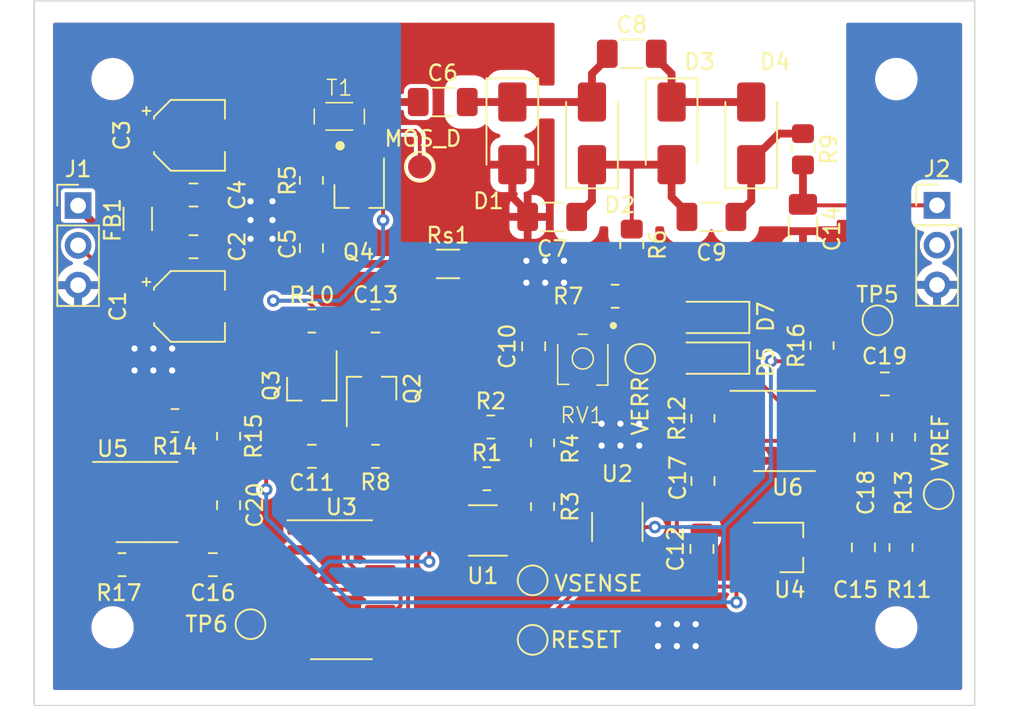
<source format=kicad_pcb>
(kicad_pcb (version 20221018) (generator pcbnew)

  (general
    (thickness 1.6)
  )

  (paper "A4")
  (layers
    (0 "F.Cu" signal)
    (31 "B.Cu" signal)
    (32 "B.Adhes" user "B.Adhesive")
    (33 "F.Adhes" user "F.Adhesive")
    (34 "B.Paste" user)
    (35 "F.Paste" user)
    (36 "B.SilkS" user "B.Silkscreen")
    (37 "F.SilkS" user "F.Silkscreen")
    (38 "B.Mask" user)
    (39 "F.Mask" user)
    (40 "Dwgs.User" user "User.Drawings")
    (41 "Cmts.User" user "User.Comments")
    (42 "Eco1.User" user "User.Eco1")
    (43 "Eco2.User" user "User.Eco2")
    (44 "Edge.Cuts" user)
    (45 "Margin" user)
    (46 "B.CrtYd" user "B.Courtyard")
    (47 "F.CrtYd" user "F.Courtyard")
    (48 "B.Fab" user)
    (49 "F.Fab" user)
    (50 "User.1" user)
    (51 "User.2" user)
    (52 "User.3" user)
    (53 "User.4" user)
    (54 "User.5" user)
    (55 "User.6" user)
    (56 "User.7" user)
    (57 "User.8" user)
    (58 "User.9" user)
  )

  (setup
    (pad_to_mask_clearance 0)
    (pcbplotparams
      (layerselection 0x00010fc_ffffffff)
      (plot_on_all_layers_selection 0x0000000_00000000)
      (disableapertmacros false)
      (usegerberextensions false)
      (usegerberattributes true)
      (usegerberadvancedattributes true)
      (creategerberjobfile true)
      (dashed_line_dash_ratio 12.000000)
      (dashed_line_gap_ratio 3.000000)
      (svgprecision 4)
      (plotframeref false)
      (viasonmask false)
      (mode 1)
      (useauxorigin false)
      (hpglpennumber 1)
      (hpglpenspeed 20)
      (hpglpendiameter 15.000000)
      (dxfpolygonmode true)
      (dxfimperialunits true)
      (dxfusepcbnewfont true)
      (psnegative false)
      (psa4output false)
      (plotreference true)
      (plotvalue true)
      (plotinvisibletext false)
      (sketchpadsonfab false)
      (subtractmaskfromsilk false)
      (outputformat 1)
      (mirror false)
      (drillshape 1)
      (scaleselection 1)
      (outputdirectory "")
    )
  )

  (net 0 "")
  (net 1 "VCC")
  (net 2 "GND")
  (net 3 "/VPR")
  (net 4 "Net-(C5-Pad1)")
  (net 5 "/RFEED_H")
  (net 6 "/VTR_SEC")
  (net 7 "Net-(D1-K)")
  (net 8 "Net-(D2-K)")
  (net 9 "Net-(D3-K)")
  (net 10 "Net-(C10-Pad1)")
  (net 11 "Net-(D4-K)")
  (net 12 "/GATE")
  (net 13 "VPP")
  (net 14 "/VREF")
  (net 15 "Net-(U5-CV)")
  (net 16 "Net-(U5-THR)")
  (net 17 "/VFEED")
  (net 18 "Net-(D5-K)")
  (net 19 "Net-(C19-Pad1)")
  (net 20 "/VERR")
  (net 21 "Net-(D7-K)")
  (net 22 "/ENABLE")
  (net 23 "unconnected-(J2-Pin_2-Pad2)")
  (net 24 "Net-(Q2-B)")
  (net 25 "Net-(Q2-E)")
  (net 26 "/MOS_D")
  (net 27 "Net-(U1-+)")
  (net 28 "Net-(U1--)")
  (net 29 "/VSENSE")
  (net 30 "/SR_Q")
  (net 31 "/SR_R")
  (net 32 "/SR_S")
  (net 33 "Net-(U6A--)")
  (net 34 "Net-(U5-DIS)")
  (net 35 "/SR_NQ")
  (net 36 "Net-(TP6-Pad1)")

  (footprint "Package_TO_SOT_SMD:SOT-23_Handsoldering" (layer "F.Cu") (at 155.73375 47.46375 -90))

  (footprint "Package_SO:SOIC-14_3.9x8.7mm_P1.27mm" (layer "F.Cu") (at 154.6 72.6))

  (footprint "MountingHole:MountingHole_2.2mm_M2_DIN965" (layer "F.Cu") (at 190 40))

  (footprint "Resistor_SMD:R_0805_2012Metric_Pad1.20x1.40mm_HandSolder" (layer "F.Cu") (at 147.4 62.8 90))

  (footprint "Capacitor_SMD:CP_Elec_4x5.4" (layer "F.Cu") (at 144.9085 43.59))

  (footprint "Package_SO:SOIC-8_3.9x4.9mm_P1.27mm" (layer "F.Cu") (at 182.86375 62.46375))

  (footprint "Package_SO:SOIC-8_3.9x4.9mm_P1.27mm" (layer "F.Cu") (at 142.2 67))

  (footprint "TestPoint:TestPoint_Pad_D1.5mm" (layer "F.Cu") (at 166.8 75.8))

  (footprint "TestPoint:TestPoint_Pad_D1.5mm" (layer "F.Cu") (at 188.8 55.4))

  (footprint "Package_TO_SOT_SMD:SOT-23_Handsoldering" (layer "F.Cu") (at 156.52375 59.76375 90))

  (footprint "Resistor_SMD:R_0805_2012Metric_Pad1.20x1.40mm_HandSolder" (layer "F.Cu") (at 172.06375 53.86375 180))

  (footprint "Capacitor_SMD:C_0805_2012Metric_Pad1.18x1.45mm_HandSolder" (layer "F.Cu") (at 145.1625 47.4))

  (footprint "Diode_SMD:D_SOD-123" (layer "F.Cu") (at 178.26375 57.81375 180))

  (footprint "Diode_SMD:D_SMA" (layer "F.Cu") (at 180.74375 43.46375 90))

  (footprint "MountingHole:MountingHole_2.2mm_M2_DIN965" (layer "F.Cu") (at 140 40))

  (footprint "Capacitor_SMD:C_0805_2012Metric_Pad1.18x1.45mm_HandSolder" (layer "F.Cu") (at 145.1625 50.702))

  (footprint "lcsc_misc:ATB322524-0110-T000" (layer "F.Cu") (at 154.46375 42.40625))

  (footprint "Resistor_SMD:R_0805_2012Metric_Pad1.20x1.40mm_HandSolder" (layer "F.Cu") (at 190.46375 62.86375 90))

  (footprint "Diode_SMD:D_SMA" (layer "F.Cu") (at 170.58375 43.46375 90))

  (footprint "TestPoint:TestPoint_Pad_D1.5mm" (layer "F.Cu") (at 173.66375 57.86375))

  (footprint "Resistor_SMD:R_0805_2012Metric_Pad1.20x1.40mm_HandSolder" (layer "F.Cu") (at 140.6 71))

  (footprint "Capacitor_SMD:C_0805_2012Metric_Pad1.18x1.45mm_HandSolder" (layer "F.Cu") (at 147.4 67.2 -90))

  (footprint "Package_TO_SOT_SMD:SOT-23_Handsoldering" (layer "F.Cu") (at 183.30125 69.90125))

  (footprint "Capacitor_SMD:C_0805_2012Metric_Pad1.18x1.45mm_HandSolder" (layer "F.Cu") (at 188.06375 62.86375 90))

  (footprint "Capacitor_SMD:C_0805_2012Metric_Pad1.18x1.45mm_HandSolder" (layer "F.Cu") (at 152.68575 50.78825 -90))

  (footprint "Resistor_SMD:R_0805_2012Metric_Pad1.20x1.40mm_HandSolder" (layer "F.Cu") (at 184.04575 44.47975 -90))

  (footprint "Package_TO_SOT_SMD:SOT-23-5_HandSoldering" (layer "F.Cu") (at 172.2 68.6 -90))

  (footprint "Resistor_SMD:R_0805_2012Metric_Pad1.20x1.40mm_HandSolder" (layer "F.Cu") (at 173.12375 50.57575 -90))

  (footprint "Package_TO_SOT_SMD:SOT-23-5_HandSoldering" (layer "F.Cu") (at 163.621 68.816 180))

  (footprint "TestPoint:TestPoint_Pad_D1.5mm" (layer "F.Cu") (at 166.8 72))

  (footprint "Capacitor_SMD:C_1206_3216Metric_Pad1.33x1.80mm_HandSolder" (layer "F.Cu") (at 168.04375 48.79775))

  (footprint "Capacitor_SMD:C_1206_3216Metric_Pad1.33x1.80mm_HandSolder" (layer "F.Cu") (at 173.12375 38.38375))

  (footprint "TestPoint:TestPoint_Pad_D1.5mm" (layer "F.Cu") (at 192.70125 66.50125))

  (footprint "Resistor_SMD:R_1206_3216Metric_Pad1.30x1.75mm_HandSolder" (layer "F.Cu") (at 161.4 51.8))

  (footprint "Capacitor_SMD:C_0805_2012Metric_Pad1.18x1.45mm_HandSolder" (layer "F.Cu") (at 152.71375 64.08175))

  (footprint "Resistor_SMD:R_0805_2012Metric_Pad1.20x1.40mm_HandSolder" (layer "F.Cu") (at 177.66375 61.66375 90))

  (footprint "Capacitor_SMD:C_0805_2012Metric_Pad1.18x1.45mm_HandSolder" (layer "F.Cu") (at 146.4 71))

  (footprint "MountingHole:MountingHole_2.2mm_M2_DIN965" (layer "F.Cu") (at 190 75))

  (footprint "Capacitor_SMD:C_0805_2012Metric_Pad1.18x1.45mm_HandSolder" (layer "F.Cu") (at 156.77775 55.44575))

  (footprint "Capacitor_SMD:C_1206_3216Metric_Pad1.33x1.80mm_HandSolder" (layer "F.Cu") (at 161.06375 41.46375))

  (footprint "Package_TO_SOT_SMD:SOT-23_Handsoldering" (layer "F.Cu") (at 152.71375 59.76375 -90))

  (footprint "MountingHole:MountingHole_2.2mm_M2_DIN965" (layer "F.Cu") (at 140 75))

  (footprint "Capacitor_SMD:C_0805_2012Metric_Pad1.18x1.45mm_HandSolder" (layer "F.Cu") (at 177.6 70 90))

  (footprint "Resistor_SMD:R_0805_2012Metric_Pad1.20x1.40mm_HandSolder" (layer "F.Cu") (at 156.77775 64.08175 180))

  (footprint "Resistor_SMD:R_0805_2012Metric_Pad1.20x1.40mm_HandSolder" (layer "F.Cu") (at 185.26375 57.01375 90))

  (footprint "Resistor_SMD:R_0805_2012Metric_Pad1.20x1.40mm_HandSolder" (layer "F.Cu") (at 152.71375 55.44575))

  (footprint "Resistor_SMD:R_0805_2012Metric_Pad1.20x1.40mm_HandSolder" (layer "F.Cu") (at 167.431 67.292 90))

  (footprint "Capacitor_SMD:C_1206_3216Metric_Pad1.33x1.80mm_HandSolder" (layer "F.Cu") (at 178.20375 48.79775))

  (footprint "TestPoint:TestPoint_Pad_D1.5mm" (layer "F.Cu") (at 148.8 74.8))

  (footprint "Resistor_SMD:R_0805_2012Metric_Pad1.20x1.40mm_HandSolder" (layer "F.Cu") (at 152.68575 46.47025 -90))

  (footprint "Resistor_SMD:R_1206_3216Metric_Pad1.30x1.75mm_HandSolder" (layer "F.Cu") (at 141.6065 48.924 90))

  (footprint "Resistor_SMD:R_0805_2012Metric_Pad1.20x1.40mm_HandSolder" (layer "F.Cu") (at 190.30125 69.90125 90))

  (footprint "Capacitor_SMD:C_0805_2012Metric_Pad1.18x1.45mm_HandSolder" (layer "F.Cu") (at 187.90125 69.90125 -90))

  (footprint "Capacitor_SMD:C_1206_3216Metric_Pad1.33x1.80mm_HandSolder" (layer "F.Cu") (at 184.04575 49.55975 -90))

  (footprint "Capacitor_SMD:C_0805_2012Metric_Pad1.18x1.45mm_HandSolder" (layer "F.Cu") (at 166.86375 57.06375 90))

  (footprint "Diode_SMD:D_SOD-123" (layer "F.Cu") (at 178.26375 55.21375 180))

  (footprint "Diode_SMD:D_SMA" (layer "F.Cu") (at 165.50375 43.46375 -90))

  (footprint "Capacitor_SMD:CP_Elec_4x5.4" (layer "F.Cu")
    (tstamp e333598c-2b13-413b-ba02-28890bca8010)
    (at 144.9085 54.512)
    (descr "SMD capacitor, aluminum electrolytic, Panasonic A5 / Nichicon, 4.0x5.4mm")
    (tags "capacitor electrolytic")
    (property "LCSC" "C72485")
    (property "Sheetfile" "geiger_counter.kicad_sch")
    (property "Sheetname" "")
    (property "ki_description" "Polarized capacitor, small symbol")
    (property "ki_keywords" "cap capacitor")
    (path "/0404899c-a4cd-4ebe-9f35-13578df950e4")
    (attr smd)
    (fp_text reference "C1" (at -4.572 0 90) (layer "F.SilkS")
        (effects (font (size 1 1) (thickness 0.15)))
      (tstamp c9da590f-d260-4e85-91c6-e5a6b942e382)
    )
    (fp_text value "10u" (at 0 3.2) (layer "F.Fab")
        (effects (font (size 1 1) (thickness 0.15)))
      (tstamp b900925d-6157-4f93-9755-24250dd85198)
    )
    (fp_text user "${REFERENCE}" (at 0 0) (layer "F.Fab")
        (effects (font (size 0.8 0.8) (thickness 0.12)))
      (tstamp 0ae42782-1e39-4f3e-92f6-4737a78a6fd1)
    )
    (fp_line (start -3 -1.56) (end -2.5 -1.56)
      (stroke (width 0.12) (type solid)) (layer "F.SilkS") (tstamp a2995ac7-dc1d-4048-ad91-c6058d9ceae3))
    (fp_line (start -2.75 -1.81) (end -2.75 -1.31)
      (stroke (width 0.12) (type solid)) (layer "F.SilkS") (tstamp ef0e3488-6c23-4f45-ba6c-ffeecb64b858))
    (fp_line (start -2.26 -1.195563) (end -2.26 -1.06)
      (stroke (width 0.12) (type solid)) (layer "F.SilkS") (tstamp 0377ae51-ed49-40c7-8690-5d1f41f7f1c7))
    (fp_line (start -2.26 -1.195563) (end -1.195563 -2.26)
      (stroke (width 0.12) (type solid)) (layer "F.SilkS") (tstamp 0f78a080-3057-4293-b3c0-053dfb1492e0))
    (fp_line (start -2.26 1.195563) (end -2.26 1.06)
      (stroke (width 0.12) (type solid)) (layer "F.SilkS") (tstamp 01120bdf-331f-4766-92b9-c0b978fbf202))
    (fp_line (start -2.26 1.195563) (end -1.195563 2.26)
      (stroke (width 0.12) (type solid)) (layer "F.SilkS") (tstamp 9ef4d86b-e79c-4251-8c74-f9c3ae0712af))
    (fp_line (start -1.195563 -2.26) (end 2.26 -2.26)
      (stroke (width 0.12) (type solid)) (layer "F.SilkS") (tstamp 609d22fc-d211-489e-833d-d4f8618e844b))
    (fp_line (start -1.195563 2.26) (end 2.26 2.26)
      (stroke (width 0.12) (type solid)) (layer "F.SilkS") (tstamp 57fc2ade-c904-4afe-8ec2-699a3018e61a))
    (fp_line (start 2.26 -2.26) (end 2.26 -1.06)
      (stroke (width 0.12) (type solid)) (layer "F.SilkS") (tstamp 5d8e2bfc-84df-4897-9fb4-e898ec07393d))
    (fp_line (start 2.26 2.26) (end 2.26 1.06)
      (stroke (width 0.12) (type solid)) (layer "F.SilkS") (tstamp b0f9194d-df94-4541-93a5-42f9c5ab1bbe))
    (fp_line (start -3.35 -1.05) (end -3.35 1.05)
      (stroke (width 0.05) (type solid)) (layer "F.CrtYd") (tstamp d7e5f682-cf6a-4ee9-a4a5-e1e8e0baf2ab))
    (fp_line (start -3.35 1.05) (end -2.4 1.05)
      (stroke (width 0.05) (type solid)) (layer "F.CrtYd") (tstamp 88f7f15e-8891-472f-ab10-ace65f3991e7))
    (fp_line (start -2.4 -1.25) (end -2.4 -1.05)
      (stroke (width 0.05) (type solid)) (layer "F.CrtYd") (tstamp 57488a9b-62eb-4234-9945-54ae389f9354))
    (fp_line (start -2.4 -1.25) (end -1.25 -2.4)
      (stroke (width 0.05) (type solid)) (layer "F.CrtYd") (tstamp 6c85d086-3c6e-4ccf-9e36-694a8634f1a7))
    (fp_line (start -2.4 -1.05) (end -3.35 -1.05)
      (stroke (width 0.05) (type solid)) (layer "F.CrtYd") (tstamp fb65d7bf-14bd-4188-a683-a48a29fee53d))
    (fp_line (start -2.4 1.05) (end -2.4 1.25)
      (stroke (width 0.05) (type solid)) (layer "F.CrtYd") (tstamp d361968d-862b-485e-bb98-e18e98673d3f))
    (fp_line (start -2.4 1.25) (end -1.25 2.4)
      (stroke (width 0.05) (type solid)) (layer "F.CrtYd") (tstamp 39701060-f85e-414d-bed9-6c5fcba16fc5))
    (fp_line (start -1.25 -2.4) (end 2.4 -2.4)
      (stroke (width 0.05) (type solid)) (layer "F.CrtYd") (tstamp 4dd1e2
... [380578 chars truncated]
</source>
